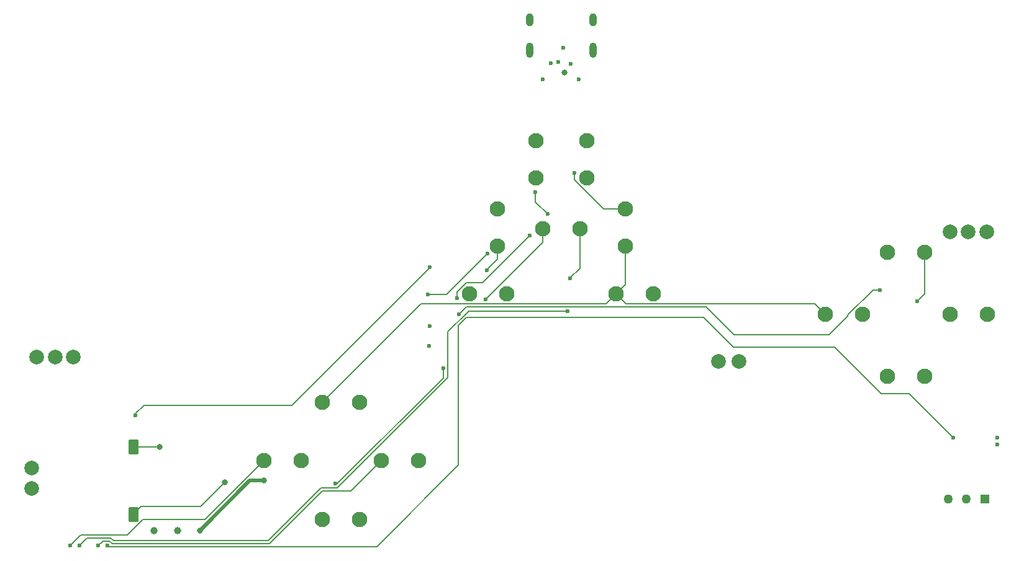
<source format=gbr>
%TF.GenerationSoftware,KiCad,Pcbnew,9.0.2*%
%TF.CreationDate,2025-07-08T14:50:53+02:00*%
%TF.ProjectId,FMControllerSeed,464d436f-6e74-4726-9f6c-6c6572536565,rev?*%
%TF.SameCoordinates,Original*%
%TF.FileFunction,Copper,L4,Bot*%
%TF.FilePolarity,Positive*%
%FSLAX46Y46*%
G04 Gerber Fmt 4.6, Leading zero omitted, Abs format (unit mm)*
G04 Created by KiCad (PCBNEW 9.0.2) date 2025-07-08 14:50:53*
%MOMM*%
%LPD*%
G01*
G04 APERTURE LIST*
G04 Aperture macros list*
%AMRoundRect*
0 Rectangle with rounded corners*
0 $1 Rounding radius*
0 $2 $3 $4 $5 $6 $7 $8 $9 X,Y pos of 4 corners*
0 Add a 4 corners polygon primitive as box body*
4,1,4,$2,$3,$4,$5,$6,$7,$8,$9,$2,$3,0*
0 Add four circle primitives for the rounded corners*
1,1,$1+$1,$2,$3*
1,1,$1+$1,$4,$5*
1,1,$1+$1,$6,$7*
1,1,$1+$1,$8,$9*
0 Add four rect primitives between the rounded corners*
20,1,$1+$1,$2,$3,$4,$5,0*
20,1,$1+$1,$4,$5,$6,$7,0*
20,1,$1+$1,$6,$7,$8,$9,0*
20,1,$1+$1,$8,$9,$2,$3,0*%
G04 Aperture macros list end*
%TA.AperFunction,ComponentPad*%
%ADD10C,2.100000*%
%TD*%
%TA.AperFunction,ComponentPad*%
%ADD11R,1.270000X1.270000*%
%TD*%
%TA.AperFunction,ComponentPad*%
%ADD12C,1.270000*%
%TD*%
%TA.AperFunction,ComponentPad*%
%ADD13C,2.000000*%
%TD*%
%TA.AperFunction,HeatsinkPad*%
%ADD14O,1.000000X2.100000*%
%TD*%
%TA.AperFunction,HeatsinkPad*%
%ADD15O,1.000000X1.800000*%
%TD*%
%TA.AperFunction,SMDPad,CuDef*%
%ADD16RoundRect,0.218750X0.481250X0.781250X-0.481250X0.781250X-0.481250X-0.781250X0.481250X-0.781250X0*%
%TD*%
%TA.AperFunction,ViaPad*%
%ADD17C,0.600000*%
%TD*%
%TA.AperFunction,ViaPad*%
%ADD18C,1.000000*%
%TD*%
%TA.AperFunction,ViaPad*%
%ADD19C,0.800000*%
%TD*%
%TA.AperFunction,Conductor*%
%ADD20C,0.200000*%
%TD*%
%TA.AperFunction,Conductor*%
%ADD21C,0.500000*%
%TD*%
G04 APERTURE END LIST*
D10*
%TO.P,StickL2,1,1*%
%TO.N,Column 1*%
X144568248Y-74540000D03*
%TO.P,StickL2,2,2*%
%TO.N,Net-(D1-Pad1)*%
X144568248Y-69460000D03*
%TD*%
%TO.P,BumperL1,1,1*%
%TO.N,Column 0*%
X139292937Y-83872751D03*
%TO.P,BumperL1,2,2*%
%TO.N,Net-(BumperL1-Pad2)*%
X139292937Y-78792751D03*
%TD*%
D11*
%TO.P,SW17,1,1*%
%TO.N,unconnected-(SW17-Pad1)*%
X205760000Y-118380000D03*
D12*
%TO.P,SW17,2,2*%
%TO.N,+BAT*%
X203260000Y-118380000D03*
%TO.P,SW17,3,3*%
%TO.N,Net-(U2-BAT+)*%
X200760000Y-118380000D03*
%TD*%
D13*
%TO.P,U3,1,BAT-*%
%TO.N,-BATT*%
X75830000Y-116980000D03*
%TO.P,U3,2,BAT+*%
%TO.N,+BAT*%
X75830000Y-114180000D03*
%TD*%
%TO.P,U2,1,BAT-*%
%TO.N,-BATT*%
X169480000Y-99630000D03*
%TO.P,U2,2,BAT+*%
%TO.N,Net-(U2-BAT+)*%
X172280000Y-99630000D03*
%TD*%
D10*
%TO.P,BumperR1,1,1*%
%TO.N,Column 2*%
X156775311Y-83872751D03*
%TO.P,BumperR1,2,2*%
%TO.N,Net-(BumperR1-Pad2)*%
X156775311Y-78792751D03*
%TD*%
%TO.P,B1,1,1*%
%TO.N,Column 1*%
X201012488Y-93182858D03*
%TO.P,B1,2,2*%
%TO.N,Net-(B1-Pad2)*%
X206092488Y-93182858D03*
%TD*%
%TO.P,Home1,1,1*%
%TO.N,Column 1*%
X145494224Y-81486626D03*
%TO.P,Home1,2,2*%
%TO.N,Net-(D3-Pad2)*%
X150574224Y-81486626D03*
%TD*%
%TO.P,StickR2,1,1*%
%TO.N,Column 3*%
X151500000Y-74540000D03*
%TO.P,StickR2,2,2*%
%TO.N,Net-(D2-Pad2)*%
X151500000Y-69460000D03*
%TD*%
%TO.P,Start1,1,1*%
%TO.N,Column 2*%
X155493736Y-90382830D03*
%TO.P,Start1,2,2*%
%TO.N,Net-(D4-Pad2)*%
X160573736Y-90382830D03*
%TD*%
%TO.P,LEFT1,1,1*%
%TO.N,Column 3*%
X107459565Y-113182532D03*
%TO.P,LEFT1,2,2*%
%TO.N,Net-(D8-Pad2)*%
X112539565Y-113182532D03*
%TD*%
%TO.P,A1,1,1*%
%TO.N,Column 0*%
X192527472Y-101667529D03*
%TO.P,A1,2,2*%
%TO.N,Net-(A1-Pad2)*%
X197607472Y-101667529D03*
%TD*%
%TO.P,RIGHT1,1,1*%
%TO.N,Column 1*%
X123459348Y-113182532D03*
%TO.P,RIGHT1,2,2*%
%TO.N,Net-(D7-Pad2)*%
X128539348Y-113182532D03*
%TD*%
%TO.P,Y1,1,1*%
%TO.N,Column 3*%
X192527797Y-84697516D03*
%TO.P,Y1,2,2*%
%TO.N,Net-(D6-Pad1)*%
X197607797Y-84697516D03*
%TD*%
D14*
%TO.P,J1,S1,SHIELD*%
%TO.N,GND*%
X152353509Y-57113509D03*
D15*
X152353509Y-52933509D03*
D14*
X143713509Y-57113509D03*
D15*
X143713509Y-52933509D03*
%TD*%
D10*
%TO.P,DOWN1,1,1*%
%TO.N,Column 0*%
X115459348Y-121182532D03*
%TO.P,DOWN1,2,2*%
%TO.N,Net-(D7-Pad1)*%
X120539348Y-121182532D03*
%TD*%
%TO.P,Select1,1,1*%
%TO.N,Column 0*%
X135494224Y-90382341D03*
%TO.P,Select1,2,2*%
%TO.N,Net-(D3-Pad1)*%
X140574224Y-90382341D03*
%TD*%
%TO.P,UP1,1,1*%
%TO.N,Column 2*%
X115459022Y-105182858D03*
%TO.P,UP1,2,2*%
%TO.N,Net-(D8-Pad1)*%
X120539022Y-105182858D03*
%TD*%
%TO.P,X1,1,1*%
%TO.N,Column 2*%
X184041823Y-93182858D03*
%TO.P,X1,2,2*%
%TO.N,Net-(D6-Pad2)*%
X189121823Y-93182858D03*
%TD*%
D13*
%TO.P,TriggerL1,1,VDD*%
%TO.N,+3.3V*%
X81500000Y-99000000D03*
%TO.P,TriggerL1,2,GND*%
%TO.N,GND*%
X79000000Y-99000000D03*
%TO.P,TriggerL1,3,OUT*%
%TO.N,Net-(TriggerL1-OUT)*%
X76500000Y-99000000D03*
%TD*%
D16*
%TO.P,J2,B5*%
%TO.N,D+*%
X89668129Y-120500000D03*
%TD*%
%TO.P,J2,B5,CC2*%
%TO.N,D-*%
X89668129Y-111270000D03*
%TD*%
D13*
%TO.P,TriggerR1,1,VDD*%
%TO.N,+3.3V*%
X206017934Y-81930715D03*
%TO.P,TriggerR1,2,GND*%
%TO.N,GND*%
X203517934Y-81930715D03*
%TO.P,TriggerR1,3,OUT*%
%TO.N,Net-(TriggerR1-OUT)*%
X201017934Y-81930715D03*
%TD*%
D17*
%TO.N,GND*%
X130000000Y-97500000D03*
X207500000Y-111000000D03*
D18*
X95680000Y-122700000D03*
D17*
%TO.N,Column 0*%
X131935735Y-100525735D03*
X117205735Y-116315735D03*
X137920000Y-87192000D03*
%TO.N,Column 1*%
X137700000Y-91133341D03*
X84920000Y-124750000D03*
X146160000Y-79500000D03*
X144520000Y-76470000D03*
%TO.N,+3.3V*%
X207500000Y-110000000D03*
D18*
X92480000Y-122700000D03*
D17*
X130065847Y-94750000D03*
%TO.N,Row 0*%
X137980000Y-84840000D03*
X129810000Y-90440000D03*
%TO.N,Row 1*%
X90000000Y-106970000D03*
X130115235Y-86746235D03*
%TO.N,Row 2*%
X82380000Y-124750000D03*
X148880000Y-92734341D03*
D19*
%TO.N,D-*%
X93240000Y-111270000D03*
D17*
X147630000Y-58696564D03*
D19*
%TO.N,VBUS*%
X148460000Y-60160000D03*
X107451340Y-115908660D03*
X98790000Y-122700000D03*
D17*
%TO.N,Net-(J1-CC1)*%
X149283509Y-59005830D03*
X150440000Y-61050000D03*
%TO.N,D+*%
X148283509Y-56799157D03*
D19*
X102187100Y-116090000D03*
D17*
%TO.N,Net-(J1-CC2)*%
X146565331Y-58924669D03*
X145480000Y-61050000D03*
%TO.N,Column 3*%
X133830000Y-90980000D03*
X81110000Y-124750000D03*
X143690000Y-82460000D03*
%TO.N,Net-(StickR1-Y)*%
X86190000Y-124750000D03*
X201440000Y-110060000D03*
%TO.N,Net-(TriggerR1-OUT)*%
X134096095Y-93196099D03*
X191500000Y-89840000D03*
%TO.N,Net-(BumperR1-Pad2)*%
X149830000Y-73910000D03*
%TO.N,Net-(D3-Pad2)*%
X149230000Y-88260000D03*
%TO.N,Net-(D6-Pad1)*%
X196557500Y-91417500D03*
%TD*%
D20*
%TO.N,Column 0*%
X131940000Y-101862900D02*
X117487165Y-116315735D01*
X131935735Y-100525735D02*
X131940000Y-100530000D01*
X117487165Y-116315735D02*
X117205735Y-116315735D01*
X137920000Y-87192000D02*
X137920000Y-87050000D01*
X137920000Y-87050000D02*
X139292937Y-85677063D01*
X131940000Y-100530000D02*
X131940000Y-101862900D01*
X139292937Y-85677063D02*
X139292937Y-83872751D01*
%TO.N,Column 1*%
X145494224Y-83339117D02*
X145494224Y-81486626D01*
X123459348Y-113182532D02*
X119321880Y-117320000D01*
X137700000Y-91133341D02*
X145494224Y-83339117D01*
X85521000Y-124149000D02*
X84920000Y-124750000D01*
X144520000Y-77860000D02*
X146160000Y-79500000D01*
X86798943Y-124509000D02*
X86438943Y-124149000D01*
X144520000Y-76470000D02*
X144520000Y-77860000D01*
X115407100Y-117320000D02*
X108218100Y-124509000D01*
X108218100Y-124509000D02*
X86798943Y-124509000D01*
X119321880Y-117320000D02*
X115407100Y-117320000D01*
X86438943Y-124149000D02*
X85521000Y-124149000D01*
%TO.N,Column 2*%
X156775311Y-83872751D02*
X156775311Y-89101255D01*
X156844736Y-91733830D02*
X155493736Y-90382830D01*
X155493736Y-90382830D02*
X154143225Y-91733341D01*
X182592795Y-91733830D02*
X156844736Y-91733830D01*
X154143225Y-91733341D02*
X128908539Y-91733341D01*
X184041823Y-93182858D02*
X182592795Y-91733830D01*
X156775311Y-89101255D02*
X155493736Y-90382830D01*
X128908539Y-91733341D02*
X115459022Y-105182858D01*
%TO.N,Row 0*%
X137980000Y-84840000D02*
X132380000Y-90440000D01*
X132380000Y-90440000D02*
X129810000Y-90440000D01*
%TO.N,Row 1*%
X90000000Y-106970000D02*
X90000000Y-106710000D01*
X90000000Y-106710000D02*
X91110000Y-105600000D01*
X130115235Y-86818911D02*
X130115235Y-86746235D01*
X91110000Y-105600000D02*
X111334146Y-105600000D01*
X111334146Y-105600000D02*
X130115235Y-86818911D01*
%TO.N,Row 2*%
X115241000Y-116919000D02*
X108052000Y-124108000D01*
X117451000Y-116919000D02*
X115241000Y-116919000D01*
X132570000Y-101800000D02*
X117451000Y-116919000D01*
X148880000Y-92734341D02*
X135407796Y-92734341D01*
X86605043Y-123748000D02*
X83382000Y-123748000D01*
X108052000Y-124108000D02*
X86965043Y-124108000D01*
X83382000Y-123748000D02*
X82380000Y-124750000D01*
X86965043Y-124108000D02*
X86605043Y-123748000D01*
X132570000Y-95572137D02*
X132570000Y-101800000D01*
X135407796Y-92734341D02*
X132570000Y-95572137D01*
%TO.N,D-*%
X93240000Y-111270000D02*
X89668129Y-111270000D01*
D21*
%TO.N,VBUS*%
X105581340Y-115908660D02*
X98790000Y-122700000D01*
X107451340Y-115908660D02*
X105581340Y-115908660D01*
D20*
%TO.N,D+*%
X90748129Y-119420000D02*
X89668129Y-120500000D01*
X102187100Y-116090000D02*
X98857100Y-119420000D01*
X98857100Y-119420000D02*
X90748129Y-119420000D01*
%TO.N,Column 3*%
X107459565Y-113182532D02*
X99472097Y-121170000D01*
X99472097Y-121170000D02*
X91001729Y-121170000D01*
X137260000Y-88890000D02*
X143690000Y-82460000D01*
X135075962Y-88890000D02*
X137260000Y-88890000D01*
X91001729Y-121170000D02*
X88824729Y-123347000D01*
X88824729Y-123347000D02*
X82513000Y-123347000D01*
X133830000Y-90135962D02*
X135075962Y-88890000D01*
X82513000Y-123347000D02*
X81110000Y-124750000D01*
X133830000Y-90980000D02*
X133830000Y-90135962D01*
%TO.N,Net-(StickR1-Y)*%
X185261341Y-97649000D02*
X171474875Y-97649000D01*
X134020000Y-113770000D02*
X122880000Y-124910000D01*
X134020000Y-94689237D02*
X134020000Y-113770000D01*
X201440000Y-110060000D02*
X195430771Y-104050771D01*
X86350000Y-124910000D02*
X86190000Y-124750000D01*
X135079237Y-93630000D02*
X134020000Y-94689237D01*
X171474875Y-97649000D02*
X167455875Y-93630000D01*
X122880000Y-124910000D02*
X86350000Y-124910000D01*
X191663112Y-104050771D02*
X185261341Y-97649000D01*
X167455875Y-93630000D02*
X135079237Y-93630000D01*
X195430771Y-104050771D02*
X191663112Y-104050771D01*
%TO.N,Net-(TriggerR1-OUT)*%
X135105659Y-92134341D02*
X156848487Y-92134341D01*
X184508330Y-95980000D02*
X187093966Y-93394364D01*
X171580000Y-95980000D02*
X184508330Y-95980000D01*
X187093966Y-93300112D02*
X190554078Y-89840000D01*
X134096095Y-93196099D02*
X134096095Y-93143905D01*
X190554078Y-89840000D02*
X191500000Y-89840000D01*
X134096095Y-93143905D02*
X135105659Y-92134341D01*
X167734830Y-92134830D02*
X171580000Y-95980000D01*
X156848976Y-92134830D02*
X167734830Y-92134830D01*
X156848487Y-92134341D02*
X156848976Y-92134830D01*
X187093966Y-93394364D02*
X187093966Y-93300112D01*
%TO.N,Net-(BumperR1-Pad2)*%
X149830000Y-73910000D02*
X149830000Y-74780603D01*
X149830000Y-74780603D02*
X153842148Y-78792751D01*
X153842148Y-78792751D02*
X156775311Y-78792751D01*
%TO.N,Net-(D3-Pad2)*%
X150574224Y-86875776D02*
X150574224Y-81486626D01*
X149230000Y-88260000D02*
X149230000Y-88220000D01*
X149230000Y-88220000D02*
X150574224Y-86875776D01*
%TO.N,Net-(D6-Pad1)*%
X197607797Y-90367203D02*
X197607797Y-84697516D01*
X196557500Y-91417500D02*
X197607797Y-90367203D01*
%TD*%
M02*

</source>
